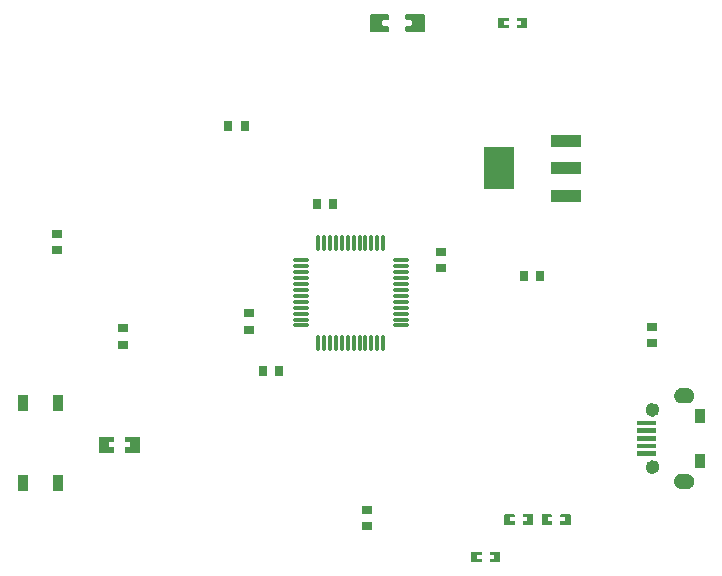
<source format=gtp>
G04 Layer: TopPasteMaskLayer*
G04 EasyEDA v6.5.28, 2023-05-12 23:13:51*
G04 2c4de912aade46c3ae8d467baab15760,9779bb66b829476cac46641fb3e7303a,10*
G04 Gerber Generator version 0.2*
G04 Scale: 100 percent, Rotated: No, Reflected: No *
G04 Dimensions in inches *
G04 leading zeros omitted , absolute positions ,3 integer and 6 decimal *
%FSLAX36Y36*%
%MOIN*%

%AMMACRO1*21,1,$1,$2,0,0,$3*%
%ADD10R,0.0354X0.0315*%
%ADD11R,0.0354X0.0551*%
%ADD12R,0.0315X0.0354*%
%ADD13O,0.010629999999999999X0.059054999999999996*%
%ADD14O,0.059054999999999996X0.010629999999999999*%
%ADD15MACRO1,0.0386X0.0972X90.0000*%
%ADD16MACRO1,0.1417X0.0972X-90.0000*%
%ADD17C,0.0236*%
%ADD18C,0.0128*%

%LPD*%
G36*
X2150560Y1062720D02*
G01*
X2148580Y1060740D01*
X2148580Y1051780D01*
X2163140Y1051780D01*
X2163140Y1038780D01*
X2148580Y1038780D01*
X2148580Y1029260D01*
X2150560Y1027280D01*
X2182040Y1027280D01*
X2184020Y1029260D01*
X2184020Y1060740D01*
X2182040Y1062720D01*
G37*
G36*
X2087960Y1062720D02*
G01*
X2085980Y1060740D01*
X2085980Y1029260D01*
X2087960Y1027280D01*
X2119060Y1027280D01*
X2121020Y1029260D01*
X2121020Y1038780D01*
X2106060Y1038780D01*
X2106060Y1051780D01*
X2121020Y1051780D01*
X2121020Y1060740D01*
X2119060Y1062720D01*
G37*
G36*
X2025560Y1062720D02*
G01*
X2023580Y1060740D01*
X2023580Y1051780D01*
X2038140Y1051780D01*
X2038140Y1038780D01*
X2023580Y1038780D01*
X2023580Y1029260D01*
X2025560Y1027280D01*
X2057040Y1027280D01*
X2059019Y1029260D01*
X2059019Y1060740D01*
X2057040Y1062720D01*
G37*
G36*
X1962960Y1062720D02*
G01*
X1960980Y1060740D01*
X1960980Y1029260D01*
X1962960Y1027280D01*
X1994060Y1027280D01*
X1996020Y1029260D01*
X1996020Y1038780D01*
X1981060Y1038780D01*
X1981060Y1051780D01*
X1996020Y1051780D01*
X1996020Y1060740D01*
X1994060Y1062720D01*
G37*
G36*
X1915560Y937720D02*
G01*
X1913580Y935740D01*
X1913580Y926780D01*
X1928140Y926780D01*
X1928140Y913780D01*
X1913580Y913780D01*
X1913580Y904260D01*
X1915560Y902280D01*
X1947040Y902280D01*
X1949019Y904260D01*
X1949019Y935740D01*
X1947040Y937720D01*
G37*
G36*
X1852960Y937720D02*
G01*
X1850980Y935740D01*
X1850980Y904260D01*
X1852960Y902280D01*
X1884060Y902280D01*
X1886020Y904260D01*
X1886020Y913780D01*
X1871060Y913780D01*
X1871060Y926780D01*
X1886020Y926780D01*
X1886020Y935740D01*
X1884060Y937720D01*
G37*
G36*
X2403900Y1374079D02*
G01*
X2403900Y1358320D01*
X2466900Y1358320D01*
X2466900Y1374079D01*
G37*
G36*
X2403900Y1348480D02*
G01*
X2403900Y1332740D01*
X2466900Y1332740D01*
X2466900Y1348480D01*
G37*
G36*
X2403900Y1322900D02*
G01*
X2403900Y1307140D01*
X2466900Y1307140D01*
X2466900Y1322900D01*
G37*
G36*
X2403900Y1297300D02*
G01*
X2403900Y1281560D01*
X2466900Y1281560D01*
X2466900Y1297300D01*
G37*
G36*
X2403900Y1271720D02*
G01*
X2403900Y1255960D01*
X2466900Y1255960D01*
X2466900Y1271720D01*
G37*
G36*
X2598800Y1413440D02*
G01*
X2598800Y1366200D01*
X2630280Y1366200D01*
X2630280Y1413440D01*
G37*
G36*
X2598800Y1263840D02*
G01*
X2598800Y1216600D01*
X2630280Y1216600D01*
X2630280Y1263840D01*
G37*
G36*
X2553520Y1483320D02*
G01*
X2550600Y1483140D01*
X2547740Y1482640D01*
X2544960Y1481800D01*
X2542280Y1480660D01*
X2539740Y1479199D01*
X2537400Y1477500D01*
X2535260Y1475520D01*
X2533360Y1473320D01*
X2531720Y1470900D01*
X2530380Y1468320D01*
X2529800Y1466980D01*
X2528920Y1464220D01*
X2528580Y1462800D01*
X2528180Y1459920D01*
X2528100Y1457000D01*
X2528340Y1454100D01*
X2528920Y1451260D01*
X2529800Y1448480D01*
X2531020Y1445840D01*
X2531720Y1444560D01*
X2533360Y1442160D01*
X2535260Y1439960D01*
X2537400Y1437980D01*
X2539740Y1436260D01*
X2542280Y1434820D01*
X2544960Y1433680D01*
X2547740Y1432840D01*
X2550600Y1432320D01*
X2553520Y1432140D01*
X2569260Y1432140D01*
X2572160Y1432320D01*
X2575020Y1432840D01*
X2577820Y1433680D01*
X2580500Y1434820D01*
X2583020Y1436260D01*
X2585360Y1437980D01*
X2587500Y1439960D01*
X2589400Y1442160D01*
X2591040Y1444560D01*
X2592400Y1447140D01*
X2593440Y1449860D01*
X2593860Y1451260D01*
X2594440Y1454100D01*
X2594680Y1457000D01*
X2594600Y1459920D01*
X2594180Y1462800D01*
X2593860Y1464220D01*
X2592960Y1466980D01*
X2591760Y1469640D01*
X2590260Y1472140D01*
X2588480Y1474440D01*
X2586460Y1476540D01*
X2584220Y1478380D01*
X2581780Y1479960D01*
X2580500Y1480660D01*
X2577820Y1481800D01*
X2575020Y1482640D01*
X2572160Y1483140D01*
X2570720Y1483280D01*
G37*
G36*
X2553520Y1197880D02*
G01*
X2550640Y1197720D01*
X2547820Y1197240D01*
X2545060Y1196460D01*
X2542400Y1195360D01*
X2539900Y1193960D01*
X2537560Y1192300D01*
X2535420Y1190400D01*
X2533500Y1188260D01*
X2531840Y1185920D01*
X2530460Y1183400D01*
X2529860Y1182100D01*
X2528920Y1179380D01*
X2528280Y1176580D01*
X2527960Y1173740D01*
X2527960Y1170860D01*
X2528280Y1168020D01*
X2528920Y1165220D01*
X2529860Y1162500D01*
X2531120Y1159920D01*
X2532640Y1157480D01*
X2534420Y1155240D01*
X2536460Y1153220D01*
X2538700Y1151420D01*
X2541140Y1149900D01*
X2543720Y1148660D01*
X2546420Y1147700D01*
X2549220Y1147060D01*
X2552080Y1146740D01*
X2569260Y1146700D01*
X2572120Y1146860D01*
X2574960Y1147340D01*
X2577720Y1148140D01*
X2580360Y1149240D01*
X2582880Y1150620D01*
X2585220Y1152280D01*
X2587360Y1154200D01*
X2589260Y1156340D01*
X2590140Y1157480D01*
X2591660Y1159920D01*
X2592900Y1162500D01*
X2593860Y1165220D01*
X2594480Y1168020D01*
X2594820Y1170860D01*
X2594820Y1173740D01*
X2594480Y1176580D01*
X2593860Y1179380D01*
X2592900Y1182100D01*
X2591660Y1184680D01*
X2590140Y1187100D01*
X2588340Y1189340D01*
X2586320Y1191380D01*
X2584060Y1193160D01*
X2581640Y1194700D01*
X2579060Y1195940D01*
X2577720Y1196460D01*
X2574960Y1197240D01*
X2572120Y1197720D01*
X2569260Y1197880D01*
G37*
G36*
X698700Y1321380D02*
G01*
X696740Y1319400D01*
X696919Y1302880D01*
X714260Y1302880D01*
X714260Y1285160D01*
X696540Y1285160D01*
X696740Y1269020D01*
X698700Y1267040D01*
X743980Y1267040D01*
X745939Y1269020D01*
X745939Y1319400D01*
X743980Y1321380D01*
G37*
G36*
X614060Y1321380D02*
G01*
X612080Y1319400D01*
X612080Y1269020D01*
X614060Y1267040D01*
X659340Y1267040D01*
X661300Y1269020D01*
X661100Y1285160D01*
X643780Y1285160D01*
X643780Y1302880D01*
X661300Y1302880D01*
X661300Y1319400D01*
X659340Y1321380D01*
G37*
G36*
X1636500Y2731500D02*
G01*
X1632560Y2727559D01*
X1632560Y2712980D01*
X1636500Y2709040D01*
X1650500Y2709040D01*
X1654440Y2705100D01*
X1654440Y2694900D01*
X1650500Y2690960D01*
X1636500Y2690960D01*
X1632560Y2687020D01*
X1632560Y2672440D01*
X1636500Y2668500D01*
X1693000Y2668500D01*
X1696920Y2672440D01*
X1696920Y2727559D01*
X1693000Y2731500D01*
G37*
G36*
X1517000Y2731500D02*
G01*
X1513080Y2727559D01*
X1513080Y2672440D01*
X1517000Y2668500D01*
X1573500Y2668500D01*
X1577440Y2672440D01*
X1577440Y2687020D01*
X1573500Y2690960D01*
X1559500Y2690960D01*
X1555560Y2694900D01*
X1555560Y2705100D01*
X1559500Y2709040D01*
X1573500Y2709040D01*
X1577440Y2712980D01*
X1577440Y2727559D01*
X1573500Y2731500D01*
G37*
G36*
X1942960Y2717720D02*
G01*
X1940980Y2715740D01*
X1940980Y2684260D01*
X1942960Y2682280D01*
X1974440Y2682280D01*
X1976420Y2684260D01*
X1976420Y2693220D01*
X1961860Y2693220D01*
X1961860Y2706220D01*
X1976420Y2706220D01*
X1976420Y2715740D01*
X1974440Y2717720D01*
G37*
G36*
X2005940Y2717720D02*
G01*
X2003980Y2715740D01*
X2003980Y2706220D01*
X2018940Y2706220D01*
X2018940Y2693220D01*
X2003980Y2693220D01*
X2003980Y2684260D01*
X2005940Y2682280D01*
X2037040Y2682280D01*
X2039019Y2684260D01*
X2039019Y2715740D01*
X2037040Y2717720D01*
G37*
D10*
G01*
X2455000Y1687559D03*
G01*
X2455000Y1632440D03*
D11*
G01*
X355940Y1166140D03*
G01*
X355940Y1433850D03*
G01*
X474050Y1166140D03*
G01*
X474050Y1433850D03*
D12*
G01*
X2082560Y1855000D03*
G01*
X2027439Y1855000D03*
D10*
G01*
X470000Y1997559D03*
G01*
X470000Y1942440D03*
D12*
G01*
X1097560Y2355000D03*
G01*
X1042439Y2355000D03*
D10*
G01*
X1110000Y1677440D03*
G01*
X1110000Y1732559D03*
D12*
G01*
X1392560Y2095000D03*
G01*
X1337439Y2095000D03*
D10*
G01*
X1750000Y1937559D03*
G01*
X1750000Y1882440D03*
G01*
X1505000Y1022440D03*
G01*
X1505000Y1077559D03*
G01*
X690000Y1682559D03*
G01*
X690000Y1627440D03*
D12*
G01*
X1157439Y1540000D03*
G01*
X1212560Y1540000D03*
D13*
G01*
X1341729Y1632680D03*
G01*
X1361419Y1632680D03*
G01*
X1381099Y1632680D03*
G01*
X1400789Y1632680D03*
G01*
X1420469Y1632680D03*
G01*
X1440159Y1632680D03*
G01*
X1459840Y1632680D03*
G01*
X1479530Y1632680D03*
G01*
X1499210Y1632680D03*
G01*
X1518900Y1632680D03*
G01*
X1538580Y1632680D03*
G01*
X1558270Y1632680D03*
D14*
G01*
X1617319Y1691729D03*
G01*
X1617319Y1711419D03*
G01*
X1617319Y1731100D03*
G01*
X1617319Y1750790D03*
G01*
X1617319Y1770470D03*
G01*
X1617319Y1790160D03*
G01*
X1617319Y1809839D03*
G01*
X1617319Y1829529D03*
G01*
X1617319Y1849209D03*
G01*
X1617319Y1868899D03*
G01*
X1617319Y1888580D03*
G01*
X1617319Y1908270D03*
D13*
G01*
X1558270Y1967319D03*
G01*
X1538580Y1967319D03*
G01*
X1518900Y1967319D03*
G01*
X1499210Y1967319D03*
G01*
X1479530Y1967319D03*
G01*
X1459840Y1967319D03*
G01*
X1440159Y1967319D03*
G01*
X1420469Y1967319D03*
G01*
X1400789Y1967319D03*
G01*
X1381099Y1967319D03*
G01*
X1361419Y1967319D03*
G01*
X1341729Y1967319D03*
D14*
G01*
X1282680Y1908270D03*
G01*
X1282680Y1888580D03*
G01*
X1282680Y1868899D03*
G01*
X1282680Y1849209D03*
G01*
X1282680Y1829529D03*
G01*
X1282680Y1809839D03*
G01*
X1282680Y1790160D03*
G01*
X1282680Y1770470D03*
G01*
X1282680Y1750790D03*
G01*
X1282680Y1731100D03*
G01*
X1282680Y1711419D03*
G01*
X1282680Y1691729D03*
D15*
G01*
X2166614Y2124448D03*
G01*
X2166614Y2215000D03*
G01*
X2166614Y2305551D03*
D16*
G01*
X1943385Y2215000D03*
D17*
G75*
G01
X2467690Y1219540D02*
G03X2467690Y1219540I-11810J0D01*
G75*
G01
X2467690Y1410480D02*
G03X2467690Y1410480I-11810J0D01*
M02*

</source>
